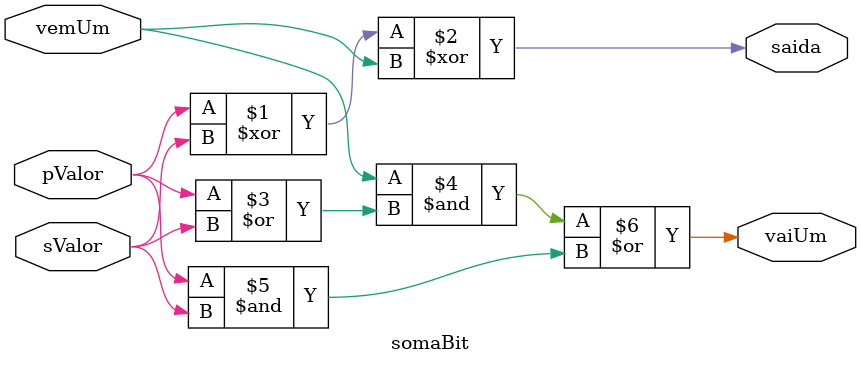
<source format=v>
module somaBit(
input pValor, sValor, vemUm,
output saida, vaiUm
);

	assign saida = pValor ^ sValor ^ vemUm;
	assign vaiUm = (vemUm & (pValor | sValor)) | (pValor & sValor);
	
endmodule 
</source>
